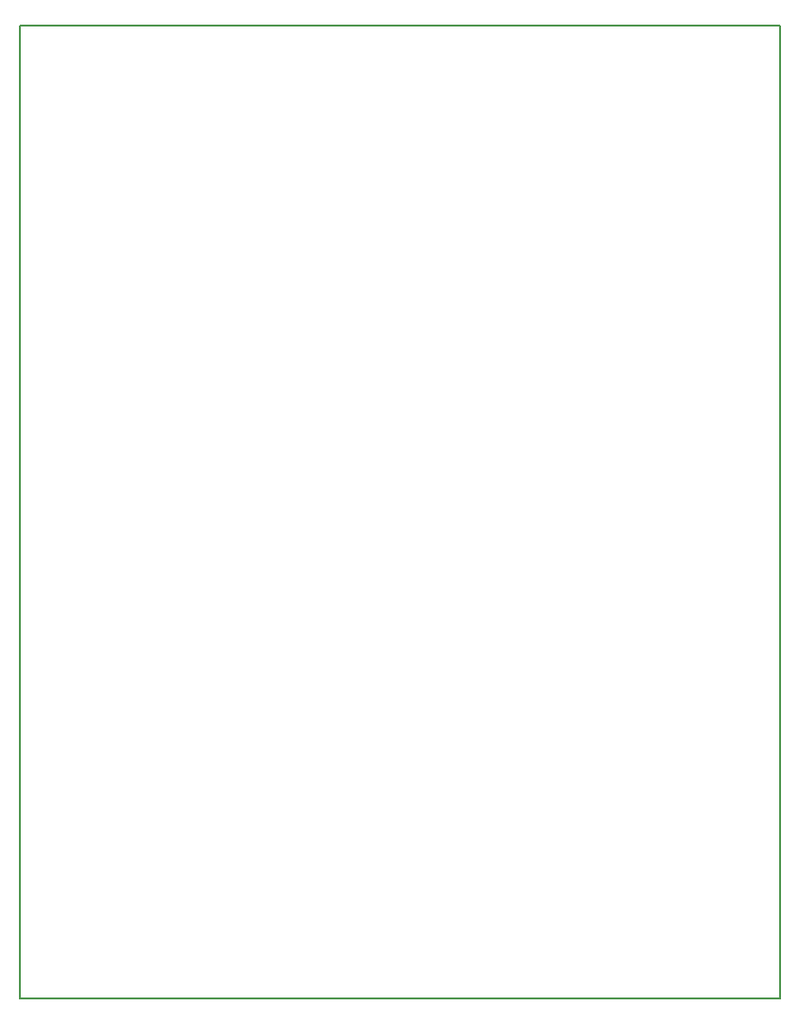
<source format=gbr>
G04 #@! TF.GenerationSoftware,KiCad,Pcbnew,5.0.2+dfsg1-1*
G04 #@! TF.CreationDate,2021-01-22T14:28:10+01:00*
G04 #@! TF.ProjectId,wat,7761742e-6b69-4636-9164-5f7063625858,rev?*
G04 #@! TF.SameCoordinates,Original*
G04 #@! TF.FileFunction,Profile,NP*
%FSLAX46Y46*%
G04 Gerber Fmt 4.6, Leading zero omitted, Abs format (unit mm)*
G04 Created by KiCad (PCBNEW 5.0.2+dfsg1-1) date vie 22 ene 2021 14:28:10 CET*
%MOMM*%
%LPD*%
G01*
G04 APERTURE LIST*
%ADD10C,0.150000*%
G04 APERTURE END LIST*
D10*
X60452000Y-160528000D02*
X60452000Y-73533000D01*
X128397000Y-160528000D02*
X60452000Y-160528000D01*
X128397000Y-73533000D02*
X128397000Y-160528000D01*
X60452000Y-73533000D02*
X128397000Y-73533000D01*
M02*

</source>
